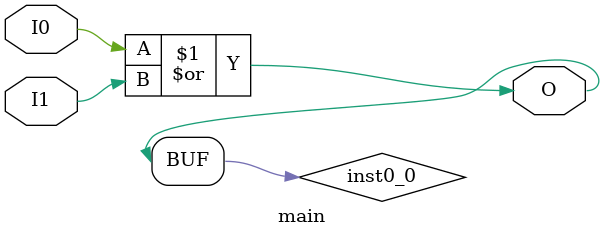
<source format=v>
module main (input  I0, input  I1, output  O);
wire  inst0_0;
or inst0 (inst0_0, I0, I1);
assign O = inst0_0;
endmodule


</source>
